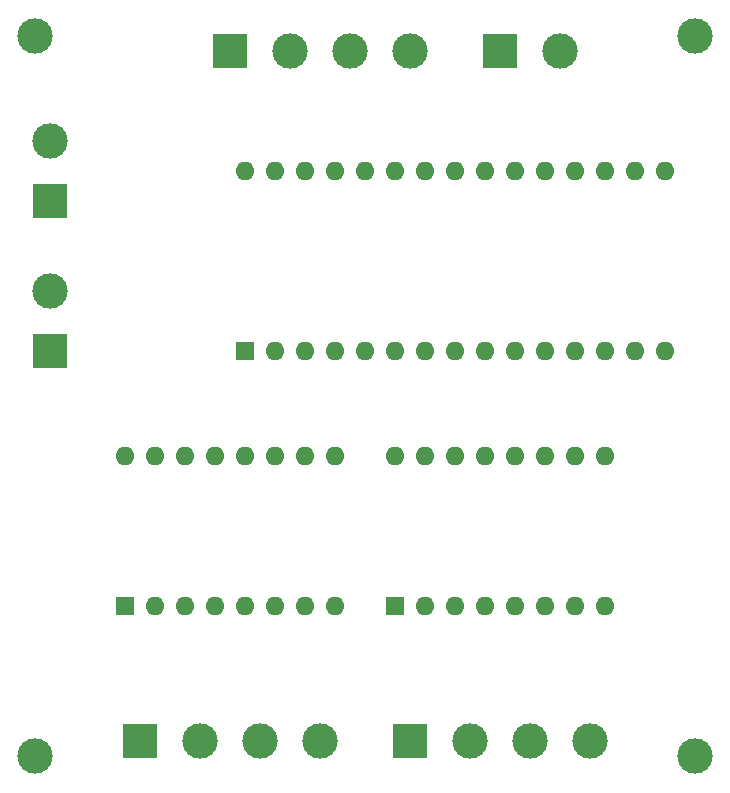
<source format=gbr>
%TF.GenerationSoftware,KiCad,Pcbnew,(6.0.7)*%
%TF.CreationDate,2022-08-10T04:04:00-07:00*%
%TF.ProjectId,pulse-pcb,70756c73-652d-4706-9362-2e6b69636164,rev?*%
%TF.SameCoordinates,Original*%
%TF.FileFunction,Soldermask,Bot*%
%TF.FilePolarity,Negative*%
%FSLAX46Y46*%
G04 Gerber Fmt 4.6, Leading zero omitted, Abs format (unit mm)*
G04 Created by KiCad (PCBNEW (6.0.7)) date 2022-08-10 04:04:00*
%MOMM*%
%LPD*%
G01*
G04 APERTURE LIST*
%ADD10C,3.000000*%
%ADD11R,3.000000X3.000000*%
%ADD12R,1.600000X1.600000*%
%ADD13O,1.600000X1.600000*%
G04 APERTURE END LIST*
D10*
%TO.C,REF\u002A\u002A*%
X151130000Y-130810000D03*
%TD*%
%TO.C,REF\u002A\u002A*%
X95250000Y-69850000D03*
%TD*%
D11*
%TO.C,JSTEP1*%
X104140000Y-129540000D03*
D10*
X109220000Y-129540000D03*
X114300000Y-129540000D03*
X119380000Y-129540000D03*
%TD*%
D11*
%TO.C,JI2C1*%
X134620000Y-71120000D03*
D10*
X139700000Y-71120000D03*
%TD*%
%TO.C,REF\u002A\u002A*%
X151130000Y-69850000D03*
%TD*%
D11*
%TO.C,JSTEP2*%
X127000000Y-129540000D03*
D10*
X132080000Y-129540000D03*
X137160000Y-129540000D03*
X142240000Y-129540000D03*
%TD*%
D12*
%TO.C,A2*%
X125730000Y-118100000D03*
D13*
X128270000Y-118100000D03*
X130810000Y-118100000D03*
X133350000Y-118100000D03*
X135890000Y-118100000D03*
X138430000Y-118100000D03*
X140970000Y-118100000D03*
X143510000Y-118100000D03*
X143510000Y-105400000D03*
X140970000Y-105400000D03*
X138430000Y-105400000D03*
X135890000Y-105400000D03*
X133350000Y-105400000D03*
X130810000Y-105400000D03*
X128270000Y-105400000D03*
X125730000Y-105400000D03*
%TD*%
D12*
%TO.C,A1*%
X102870000Y-118100000D03*
D13*
X105410000Y-118100000D03*
X107950000Y-118100000D03*
X110490000Y-118100000D03*
X113030000Y-118100000D03*
X115570000Y-118100000D03*
X118110000Y-118100000D03*
X120650000Y-118100000D03*
X120650000Y-105400000D03*
X118110000Y-105400000D03*
X115570000Y-105400000D03*
X113030000Y-105400000D03*
X110490000Y-105400000D03*
X107950000Y-105400000D03*
X105410000Y-105400000D03*
X102870000Y-105400000D03*
%TD*%
D11*
%TO.C,JLED1*%
X96520000Y-96520000D03*
D10*
X96520000Y-91440000D03*
%TD*%
D11*
%TO.C,JV1*%
X96520000Y-83820000D03*
D10*
X96520000Y-78740000D03*
%TD*%
D12*
%TO.C,N1*%
X113030000Y-96520000D03*
D13*
X115570000Y-96520000D03*
X118110000Y-96520000D03*
X120650000Y-96520000D03*
X123190000Y-96520000D03*
X125730000Y-96520000D03*
X128270000Y-96520000D03*
X130810000Y-96520000D03*
X133350000Y-96520000D03*
X135890000Y-96520000D03*
X138430000Y-96520000D03*
X140970000Y-96520000D03*
X143510000Y-96520000D03*
X146050000Y-96520000D03*
X148590000Y-96520000D03*
X148590000Y-81280000D03*
X146050000Y-81280000D03*
X143510000Y-81280000D03*
X140970000Y-81280000D03*
X138430000Y-81280000D03*
X135890000Y-81280000D03*
X133350000Y-81280000D03*
X130810000Y-81280000D03*
X128270000Y-81280000D03*
X125730000Y-81280000D03*
X123190000Y-81280000D03*
X120650000Y-81280000D03*
X118110000Y-81280000D03*
X115570000Y-81280000D03*
X113030000Y-81280000D03*
%TD*%
D10*
%TO.C,REF\u002A\u002A*%
X95250000Y-130810000D03*
%TD*%
D11*
%TO.C,JPIR1*%
X111760000Y-71120000D03*
D10*
X116840000Y-71120000D03*
X121920000Y-71120000D03*
X127000000Y-71120000D03*
%TD*%
M02*

</source>
